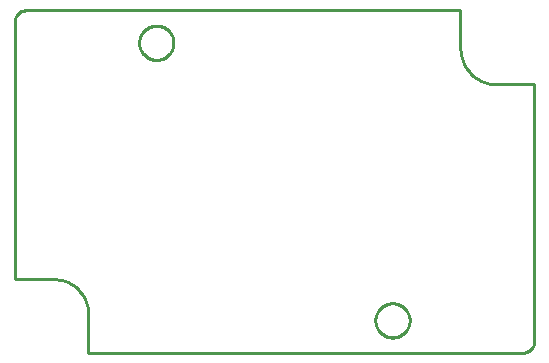
<source format=gbr>
G04 EAGLE Gerber X2 export*
G75*
%MOMM*%
%FSLAX34Y34*%
%LPD*%
%AMOC8*
5,1,8,0,0,1.08239X$1,22.5*%
G01*
%ADD10C,0.254000*%


D10*
X0Y62500D02*
X32500Y62500D01*
X35115Y62386D01*
X37709Y62044D01*
X40265Y61478D01*
X42761Y60691D01*
X45179Y59689D01*
X47500Y58481D01*
X49707Y57075D01*
X51784Y55481D01*
X53713Y53713D01*
X55481Y51784D01*
X57075Y49707D01*
X58481Y47500D01*
X59689Y45179D01*
X60691Y42761D01*
X61478Y40265D01*
X62044Y37709D01*
X62386Y35115D01*
X62500Y32500D01*
X62500Y0D01*
X430000Y0D01*
X430872Y38D01*
X431736Y152D01*
X432588Y341D01*
X433420Y603D01*
X434226Y937D01*
X435000Y1340D01*
X435736Y1808D01*
X436428Y2340D01*
X437071Y2929D01*
X437660Y3572D01*
X438192Y4264D01*
X438660Y5000D01*
X439063Y5774D01*
X439397Y6580D01*
X439659Y7412D01*
X439848Y8264D01*
X439962Y9128D01*
X440000Y10000D01*
X440000Y227500D01*
X407500Y227500D01*
X404885Y227614D01*
X402291Y227956D01*
X399735Y228522D01*
X397239Y229309D01*
X394821Y230311D01*
X392500Y231519D01*
X390293Y232925D01*
X388216Y234519D01*
X386287Y236287D01*
X384519Y238216D01*
X382925Y240293D01*
X381519Y242500D01*
X380311Y244821D01*
X379309Y247239D01*
X378522Y249735D01*
X377956Y252291D01*
X377614Y254885D01*
X377500Y257500D01*
X377500Y290000D01*
X10000Y290000D01*
X9128Y289962D01*
X8264Y289848D01*
X7412Y289659D01*
X6580Y289397D01*
X5774Y289063D01*
X5000Y288660D01*
X4264Y288192D01*
X3572Y287660D01*
X2929Y287071D01*
X2340Y286428D01*
X1808Y285736D01*
X1340Y285000D01*
X937Y284226D01*
X603Y283420D01*
X341Y282588D01*
X152Y281736D01*
X38Y280872D01*
X0Y280000D01*
X0Y62500D01*
X134500Y261982D02*
X134426Y260949D01*
X134279Y259924D01*
X134059Y258912D01*
X133767Y257918D01*
X133405Y256948D01*
X132975Y256005D01*
X132478Y255096D01*
X131918Y254225D01*
X131298Y253396D01*
X130619Y252613D01*
X129887Y251881D01*
X129104Y251203D01*
X128275Y250582D01*
X127404Y250022D01*
X126495Y249525D01*
X125552Y249095D01*
X124582Y248733D01*
X123588Y248441D01*
X122576Y248221D01*
X121551Y248074D01*
X120518Y248000D01*
X119482Y248000D01*
X118449Y248074D01*
X117424Y248221D01*
X116412Y248441D01*
X115418Y248733D01*
X114448Y249095D01*
X113505Y249525D01*
X112596Y250022D01*
X111725Y250582D01*
X110896Y251203D01*
X110113Y251881D01*
X109381Y252613D01*
X108703Y253396D01*
X108082Y254225D01*
X107522Y255096D01*
X107025Y256005D01*
X106595Y256948D01*
X106233Y257918D01*
X105941Y258912D01*
X105721Y259924D01*
X105574Y260949D01*
X105500Y261982D01*
X105500Y263018D01*
X105574Y264051D01*
X105721Y265076D01*
X105941Y266088D01*
X106233Y267082D01*
X106595Y268052D01*
X107025Y268995D01*
X107522Y269904D01*
X108082Y270775D01*
X108703Y271604D01*
X109381Y272387D01*
X110113Y273119D01*
X110896Y273798D01*
X111725Y274418D01*
X112596Y274978D01*
X113505Y275475D01*
X114448Y275905D01*
X115418Y276267D01*
X116412Y276559D01*
X117424Y276779D01*
X118449Y276926D01*
X119482Y277000D01*
X120518Y277000D01*
X121551Y276926D01*
X122576Y276779D01*
X123588Y276559D01*
X124582Y276267D01*
X125552Y275905D01*
X126495Y275475D01*
X127404Y274978D01*
X128275Y274418D01*
X129104Y273798D01*
X129887Y273119D01*
X130619Y272387D01*
X131298Y271604D01*
X131918Y270775D01*
X132478Y269904D01*
X132975Y268995D01*
X133405Y268052D01*
X133767Y267082D01*
X134059Y266088D01*
X134279Y265076D01*
X134426Y264051D01*
X134500Y263018D01*
X134500Y261982D01*
X334500Y26982D02*
X334426Y25949D01*
X334279Y24924D01*
X334059Y23912D01*
X333767Y22918D01*
X333405Y21948D01*
X332975Y21005D01*
X332478Y20096D01*
X331918Y19225D01*
X331298Y18396D01*
X330619Y17613D01*
X329887Y16881D01*
X329104Y16203D01*
X328275Y15582D01*
X327404Y15022D01*
X326495Y14525D01*
X325552Y14095D01*
X324582Y13733D01*
X323588Y13441D01*
X322576Y13221D01*
X321551Y13074D01*
X320518Y13000D01*
X319482Y13000D01*
X318449Y13074D01*
X317424Y13221D01*
X316412Y13441D01*
X315418Y13733D01*
X314448Y14095D01*
X313505Y14525D01*
X312596Y15022D01*
X311725Y15582D01*
X310896Y16203D01*
X310113Y16881D01*
X309381Y17613D01*
X308703Y18396D01*
X308082Y19225D01*
X307522Y20096D01*
X307025Y21005D01*
X306595Y21948D01*
X306233Y22918D01*
X305941Y23912D01*
X305721Y24924D01*
X305574Y25949D01*
X305500Y26982D01*
X305500Y28018D01*
X305574Y29051D01*
X305721Y30076D01*
X305941Y31088D01*
X306233Y32082D01*
X306595Y33052D01*
X307025Y33995D01*
X307522Y34904D01*
X308082Y35775D01*
X308703Y36604D01*
X309381Y37387D01*
X310113Y38119D01*
X310896Y38798D01*
X311725Y39418D01*
X312596Y39978D01*
X313505Y40475D01*
X314448Y40905D01*
X315418Y41267D01*
X316412Y41559D01*
X317424Y41779D01*
X318449Y41926D01*
X319482Y42000D01*
X320518Y42000D01*
X321551Y41926D01*
X322576Y41779D01*
X323588Y41559D01*
X324582Y41267D01*
X325552Y40905D01*
X326495Y40475D01*
X327404Y39978D01*
X328275Y39418D01*
X329104Y38798D01*
X329887Y38119D01*
X330619Y37387D01*
X331298Y36604D01*
X331918Y35775D01*
X332478Y34904D01*
X332975Y33995D01*
X333405Y33052D01*
X333767Y32082D01*
X334059Y31088D01*
X334279Y30076D01*
X334426Y29051D01*
X334500Y28018D01*
X334500Y26982D01*
X134500Y261982D02*
X134426Y260949D01*
X134279Y259924D01*
X134059Y258912D01*
X133767Y257918D01*
X133405Y256948D01*
X132975Y256005D01*
X132478Y255096D01*
X131918Y254225D01*
X131298Y253396D01*
X130619Y252613D01*
X129887Y251881D01*
X129104Y251203D01*
X128275Y250582D01*
X127404Y250022D01*
X126495Y249525D01*
X125552Y249095D01*
X124582Y248733D01*
X123588Y248441D01*
X122576Y248221D01*
X121551Y248074D01*
X120518Y248000D01*
X119482Y248000D01*
X118449Y248074D01*
X117424Y248221D01*
X116412Y248441D01*
X115418Y248733D01*
X114448Y249095D01*
X113505Y249525D01*
X112596Y250022D01*
X111725Y250582D01*
X110896Y251203D01*
X110113Y251881D01*
X109381Y252613D01*
X108703Y253396D01*
X108082Y254225D01*
X107522Y255096D01*
X107025Y256005D01*
X106595Y256948D01*
X106233Y257918D01*
X105941Y258912D01*
X105721Y259924D01*
X105574Y260949D01*
X105500Y261982D01*
X105500Y263018D01*
X105574Y264051D01*
X105721Y265076D01*
X105941Y266088D01*
X106233Y267082D01*
X106595Y268052D01*
X107025Y268995D01*
X107522Y269904D01*
X108082Y270775D01*
X108703Y271604D01*
X109381Y272387D01*
X110113Y273119D01*
X110896Y273798D01*
X111725Y274418D01*
X112596Y274978D01*
X113505Y275475D01*
X114448Y275905D01*
X115418Y276267D01*
X116412Y276559D01*
X117424Y276779D01*
X118449Y276926D01*
X119482Y277000D01*
X120518Y277000D01*
X121551Y276926D01*
X122576Y276779D01*
X123588Y276559D01*
X124582Y276267D01*
X125552Y275905D01*
X126495Y275475D01*
X127404Y274978D01*
X128275Y274418D01*
X129104Y273798D01*
X129887Y273119D01*
X130619Y272387D01*
X131298Y271604D01*
X131918Y270775D01*
X132478Y269904D01*
X132975Y268995D01*
X133405Y268052D01*
X133767Y267082D01*
X134059Y266088D01*
X134279Y265076D01*
X134426Y264051D01*
X134500Y263018D01*
X134500Y261982D01*
X334500Y26982D02*
X334426Y25949D01*
X334279Y24924D01*
X334059Y23912D01*
X333767Y22918D01*
X333405Y21948D01*
X332975Y21005D01*
X332478Y20096D01*
X331918Y19225D01*
X331298Y18396D01*
X330619Y17613D01*
X329887Y16881D01*
X329104Y16203D01*
X328275Y15582D01*
X327404Y15022D01*
X326495Y14525D01*
X325552Y14095D01*
X324582Y13733D01*
X323588Y13441D01*
X322576Y13221D01*
X321551Y13074D01*
X320518Y13000D01*
X319482Y13000D01*
X318449Y13074D01*
X317424Y13221D01*
X316412Y13441D01*
X315418Y13733D01*
X314448Y14095D01*
X313505Y14525D01*
X312596Y15022D01*
X311725Y15582D01*
X310896Y16203D01*
X310113Y16881D01*
X309381Y17613D01*
X308703Y18396D01*
X308082Y19225D01*
X307522Y20096D01*
X307025Y21005D01*
X306595Y21948D01*
X306233Y22918D01*
X305941Y23912D01*
X305721Y24924D01*
X305574Y25949D01*
X305500Y26982D01*
X305500Y28018D01*
X305574Y29051D01*
X305721Y30076D01*
X305941Y31088D01*
X306233Y32082D01*
X306595Y33052D01*
X307025Y33995D01*
X307522Y34904D01*
X308082Y35775D01*
X308703Y36604D01*
X309381Y37387D01*
X310113Y38119D01*
X310896Y38798D01*
X311725Y39418D01*
X312596Y39978D01*
X313505Y40475D01*
X314448Y40905D01*
X315418Y41267D01*
X316412Y41559D01*
X317424Y41779D01*
X318449Y41926D01*
X319482Y42000D01*
X320518Y42000D01*
X321551Y41926D01*
X322576Y41779D01*
X323588Y41559D01*
X324582Y41267D01*
X325552Y40905D01*
X326495Y40475D01*
X327404Y39978D01*
X328275Y39418D01*
X329104Y38798D01*
X329887Y38119D01*
X330619Y37387D01*
X331298Y36604D01*
X331918Y35775D01*
X332478Y34904D01*
X332975Y33995D01*
X333405Y33052D01*
X333767Y32082D01*
X334059Y31088D01*
X334279Y30076D01*
X334426Y29051D01*
X334500Y28018D01*
X334500Y26982D01*
M02*

</source>
